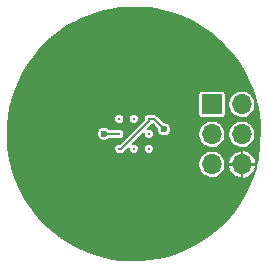
<source format=gbr>
G04 #@! TF.GenerationSoftware,KiCad,Pcbnew,5.99.0-unknown-4135f0c~100~ubuntu18.04.1*
G04 #@! TF.CreationDate,2019-11-01T15:59:20-04:00*
G04 #@! TF.ProjectId,tia,7469612e-6b69-4636-9164-5f7063625858,rev?*
G04 #@! TF.SameCoordinates,Original*
G04 #@! TF.FileFunction,Copper,L2,Bot*
G04 #@! TF.FilePolarity,Positive*
%FSLAX46Y46*%
G04 Gerber Fmt 4.6, Leading zero omitted, Abs format (unit mm)*
G04 Created by KiCad (PCBNEW 5.99.0-unknown-4135f0c~100~ubuntu18.04.1) date 2019-11-01 15:59:20*
%MOMM*%
%LPD*%
G04 APERTURE LIST*
%ADD10C,0.270000*%
%ADD11O,1.700000X1.700000*%
%ADD12R,1.700000X1.700000*%
%ADD13C,0.600000*%
%ADD14C,0.200000*%
G04 APERTURE END LIST*
D10*
X201260000Y-98740000D03*
X201260000Y-100000000D03*
X201260000Y-101260000D03*
X200000000Y-98740000D03*
X198740000Y-98740000D03*
X198740000Y-100000000D03*
X200000000Y-101260000D03*
X198740000Y-101260000D03*
D11*
X209140000Y-102580000D03*
X206600000Y-102580000D03*
X209140000Y-100040000D03*
X206600000Y-100040000D03*
X209140000Y-97500000D03*
D12*
X206600000Y-97500000D03*
D13*
X198700000Y-93400000D03*
X201300000Y-93400000D03*
X201300000Y-90700000D03*
X198700000Y-90700000D03*
X203610000Y-101000000D03*
X209080000Y-94900000D03*
X203480000Y-106700000D03*
X202520000Y-103450000D03*
X192950000Y-93750000D03*
X197350000Y-109100000D03*
X197750000Y-96550000D03*
X195400000Y-107750000D03*
X190850000Y-96850000D03*
X195300000Y-102950000D03*
X204450000Y-91350000D03*
X203400000Y-97150000D03*
X197950000Y-98400000D03*
X195850000Y-99300000D03*
X192250000Y-101850000D03*
X192100000Y-105100000D03*
X200500000Y-105650000D03*
X210350000Y-98800000D03*
X207250000Y-107400000D03*
X195350000Y-91000000D03*
X202550000Y-99600000D03*
X197460000Y-100000000D03*
D14*
X201690000Y-98740000D02*
X201260000Y-98740000D01*
X202550000Y-99600000D02*
X201690000Y-98740000D01*
X201260000Y-98930918D02*
X201260000Y-98740000D01*
X198930918Y-101260000D02*
X201260000Y-98930918D01*
X198740000Y-101260000D02*
X198930918Y-101260000D01*
X198740000Y-100000000D02*
X197460000Y-100000000D01*
G36*
X200616278Y-89311771D02*
G01*
X201249069Y-89367132D01*
X201877471Y-89459927D01*
X202499256Y-89589825D01*
X203112260Y-89756374D01*
X203714289Y-89958980D01*
X204303242Y-90196932D01*
X204877057Y-90469399D01*
X205433694Y-90775412D01*
X205971210Y-91113905D01*
X206487702Y-91483676D01*
X206981352Y-91883427D01*
X207450433Y-92311757D01*
X207893275Y-92767141D01*
X208308339Y-93247996D01*
X208694148Y-93752614D01*
X209049363Y-94279243D01*
X209372704Y-94825982D01*
X209663061Y-95390956D01*
X209919397Y-95972146D01*
X210140818Y-96567529D01*
X210326534Y-97174981D01*
X210475900Y-97792387D01*
X210588383Y-98417542D01*
X210663597Y-99048302D01*
X210701017Y-99678159D01*
X210490087Y-102138563D01*
X210346006Y-102752854D01*
X210164533Y-103361591D01*
X209947276Y-103958502D01*
X209695000Y-104541476D01*
X209408598Y-105108456D01*
X209089076Y-105657449D01*
X208737557Y-106186529D01*
X208355269Y-106693842D01*
X207943578Y-107177577D01*
X207503926Y-107636042D01*
X207037848Y-108067635D01*
X206547001Y-108470821D01*
X206033094Y-108844197D01*
X205497959Y-109186430D01*
X204943483Y-109496315D01*
X204371571Y-109772789D01*
X203784290Y-110014849D01*
X203183695Y-110221650D01*
X202571875Y-110392473D01*
X201951021Y-110526707D01*
X201323274Y-110623887D01*
X200690880Y-110683666D01*
X200056044Y-110705835D01*
X199421044Y-110690316D01*
X198788047Y-110637162D01*
X198159330Y-110546562D01*
X197537095Y-110418835D01*
X196923521Y-110254429D01*
X196320779Y-110053923D01*
X195731004Y-109818030D01*
X195156234Y-109547564D01*
X194598547Y-109243503D01*
X194059849Y-108906887D01*
X193542059Y-108538912D01*
X193047025Y-108140894D01*
X192576457Y-107714211D01*
X192132012Y-107260359D01*
X191715282Y-106780965D01*
X191327708Y-106277689D01*
X190970666Y-105752320D01*
X190645415Y-105206705D01*
X190353084Y-104642741D01*
X190094722Y-104062450D01*
X189871230Y-103467861D01*
X189683388Y-102861038D01*
X189638089Y-102676611D01*
X205449494Y-102676611D01*
X205490171Y-102898238D01*
X205573121Y-103107745D01*
X205695183Y-103297150D01*
X205851710Y-103459238D01*
X206036739Y-103587837D01*
X206243223Y-103678047D01*
X206463296Y-103726433D01*
X206688577Y-103731152D01*
X206910483Y-103692024D01*
X207120563Y-103610539D01*
X207310815Y-103489801D01*
X207473992Y-103334410D01*
X207603880Y-103150283D01*
X207695529Y-102944434D01*
X207745605Y-102724024D01*
X207747252Y-102606000D01*
X207938330Y-102606000D01*
X207956490Y-102803626D01*
X208020128Y-103023389D01*
X208124175Y-103227152D01*
X208264875Y-103407565D01*
X208437152Y-103558116D01*
X208634790Y-103673375D01*
X208850657Y-103749182D01*
X209114000Y-103788303D01*
X209114000Y-102606000D01*
X209166000Y-102606000D01*
X209166000Y-103778993D01*
X209305546Y-103773022D01*
X209528154Y-103720194D01*
X209736756Y-103626225D01*
X209923826Y-103494506D01*
X210082614Y-103329790D01*
X210207391Y-103138019D01*
X210293652Y-102926112D01*
X210357326Y-102606000D01*
X209166000Y-102606000D01*
X209114000Y-102606000D01*
X207938330Y-102606000D01*
X207747252Y-102606000D01*
X207747979Y-102554000D01*
X207937711Y-102554000D01*
X209114000Y-102554000D01*
X209166000Y-102554000D01*
X210355849Y-102554000D01*
X210296040Y-102241950D01*
X210211260Y-102029447D01*
X210087826Y-101836810D01*
X209930192Y-101670989D01*
X209744046Y-101537966D01*
X209536105Y-101442543D01*
X209313870Y-101388163D01*
X209166000Y-101380803D01*
X209166000Y-102554000D01*
X209114000Y-102554000D01*
X209114000Y-101372737D01*
X208858826Y-101408826D01*
X208642435Y-101483125D01*
X208443998Y-101597002D01*
X208270674Y-101746347D01*
X208128718Y-101925773D01*
X208023251Y-102128805D01*
X207958080Y-102348117D01*
X207937711Y-102554000D01*
X207747979Y-102554000D01*
X207749181Y-102468020D01*
X207705278Y-102246296D01*
X207619411Y-102037969D01*
X207494715Y-101850288D01*
X207335941Y-101690401D01*
X207149135Y-101564397D01*
X206941411Y-101477079D01*
X206720684Y-101431770D01*
X206495359Y-101430197D01*
X206274021Y-101472420D01*
X206065100Y-101556829D01*
X205876552Y-101680212D01*
X205715560Y-101837867D01*
X205588256Y-102023789D01*
X205499490Y-102230898D01*
X205452640Y-102451302D01*
X205449494Y-102676611D01*
X189638089Y-102676611D01*
X189531873Y-102244182D01*
X189417202Y-101619389D01*
X189363679Y-101183475D01*
X198306001Y-101183475D01*
X198306001Y-101336525D01*
X198358348Y-101480347D01*
X198456727Y-101597591D01*
X198589274Y-101674117D01*
X198740000Y-101700694D01*
X198890726Y-101674117D01*
X198908263Y-101663992D01*
X198953122Y-101659000D01*
X198975887Y-101659000D01*
X198997575Y-101654053D01*
X199065553Y-101646488D01*
X199085450Y-101634007D01*
X199108397Y-101628772D01*
X199162416Y-101585726D01*
X199181319Y-101573869D01*
X199197099Y-101558089D01*
X199250761Y-101515329D01*
X199260919Y-101494271D01*
X199566001Y-101189189D01*
X199566001Y-101336525D01*
X199618348Y-101480347D01*
X199716727Y-101597591D01*
X199849274Y-101674117D01*
X200000000Y-101700694D01*
X200150726Y-101674117D01*
X200283273Y-101597591D01*
X200381652Y-101480347D01*
X200433999Y-101336525D01*
X200433999Y-101183475D01*
X200826001Y-101183475D01*
X200826001Y-101336525D01*
X200878348Y-101480347D01*
X200976727Y-101597591D01*
X201109274Y-101674117D01*
X201260000Y-101700694D01*
X201410726Y-101674117D01*
X201543273Y-101597591D01*
X201641652Y-101480347D01*
X201693999Y-101336525D01*
X201693999Y-101183475D01*
X201641652Y-101039653D01*
X201543273Y-100922409D01*
X201410726Y-100845883D01*
X201260000Y-100819306D01*
X201109274Y-100845883D01*
X200976727Y-100922409D01*
X200878348Y-101039653D01*
X200826001Y-101183475D01*
X200433999Y-101183475D01*
X200381652Y-101039653D01*
X200283273Y-100922409D01*
X200150726Y-100845883D01*
X200000000Y-100819306D01*
X199922158Y-100833032D01*
X200826001Y-99929189D01*
X200826001Y-100076525D01*
X200878348Y-100220347D01*
X200976727Y-100337591D01*
X201109274Y-100414117D01*
X201260000Y-100440694D01*
X201410726Y-100414117D01*
X201543273Y-100337591D01*
X201641652Y-100220347D01*
X201693999Y-100076525D01*
X201693999Y-99923475D01*
X201641652Y-99779653D01*
X201543273Y-99662409D01*
X201410726Y-99585883D01*
X201260000Y-99559306D01*
X201182158Y-99573032D01*
X201494021Y-99261169D01*
X201514768Y-99251206D01*
X201557833Y-99197357D01*
X201570460Y-99184730D01*
X201951000Y-99565271D01*
X201951000Y-99705620D01*
X202023249Y-99904119D01*
X202159030Y-100065939D01*
X202341970Y-100171559D01*
X202550000Y-100208240D01*
X202758030Y-100171559D01*
X202818561Y-100136611D01*
X205449494Y-100136611D01*
X205490171Y-100358238D01*
X205573121Y-100567745D01*
X205695183Y-100757150D01*
X205851710Y-100919238D01*
X206036739Y-101047837D01*
X206243223Y-101138047D01*
X206463296Y-101186433D01*
X206688577Y-101191152D01*
X206910483Y-101152024D01*
X207120563Y-101070539D01*
X207310815Y-100949801D01*
X207473992Y-100794410D01*
X207603880Y-100610283D01*
X207695529Y-100404434D01*
X207745605Y-100184024D01*
X207746267Y-100136611D01*
X207989494Y-100136611D01*
X208030171Y-100358238D01*
X208113121Y-100567745D01*
X208235183Y-100757150D01*
X208391710Y-100919238D01*
X208576739Y-101047837D01*
X208783223Y-101138047D01*
X209003296Y-101186433D01*
X209228577Y-101191152D01*
X209450483Y-101152024D01*
X209660563Y-101070539D01*
X209850815Y-100949801D01*
X210013992Y-100794410D01*
X210143880Y-100610283D01*
X210235529Y-100404434D01*
X210285605Y-100184024D01*
X210289181Y-99928020D01*
X210245278Y-99706296D01*
X210159411Y-99497969D01*
X210034715Y-99310288D01*
X209875941Y-99150401D01*
X209689135Y-99024397D01*
X209481411Y-98937079D01*
X209260684Y-98891770D01*
X209035359Y-98890197D01*
X208814021Y-98932420D01*
X208605100Y-99016829D01*
X208416552Y-99140212D01*
X208255560Y-99297867D01*
X208128256Y-99483789D01*
X208039490Y-99690898D01*
X207992640Y-99911302D01*
X207989494Y-100136611D01*
X207746267Y-100136611D01*
X207749181Y-99928020D01*
X207705278Y-99706296D01*
X207619411Y-99497969D01*
X207494715Y-99310288D01*
X207335941Y-99150401D01*
X207149135Y-99024397D01*
X206941411Y-98937079D01*
X206720684Y-98891770D01*
X206495359Y-98890197D01*
X206274021Y-98932420D01*
X206065100Y-99016829D01*
X205876552Y-99140212D01*
X205715560Y-99297867D01*
X205588256Y-99483789D01*
X205499490Y-99690898D01*
X205452640Y-99911302D01*
X205449494Y-100136611D01*
X202818561Y-100136611D01*
X202940970Y-100065939D01*
X203076751Y-99904119D01*
X203149000Y-99705620D01*
X203149000Y-99494380D01*
X203076751Y-99295881D01*
X202940970Y-99134061D01*
X202758030Y-99028441D01*
X202550000Y-98991760D01*
X202512622Y-98998351D01*
X202020253Y-98505982D01*
X202010288Y-98485231D01*
X201956431Y-98442160D01*
X201940336Y-98426066D01*
X201921514Y-98414237D01*
X201868087Y-98371509D01*
X201845188Y-98366264D01*
X201825264Y-98353742D01*
X201756641Y-98345985D01*
X201734878Y-98341000D01*
X201712551Y-98341000D01*
X201644380Y-98333293D01*
X201622310Y-98341000D01*
X201436909Y-98341000D01*
X201410727Y-98325883D01*
X201260000Y-98299306D01*
X201109274Y-98325883D01*
X200976727Y-98402409D01*
X200878348Y-98519653D01*
X200826001Y-98663475D01*
X200826001Y-98800645D01*
X198797246Y-100829400D01*
X198740000Y-100819306D01*
X198589274Y-100845883D01*
X198456727Y-100922409D01*
X198358348Y-101039653D01*
X198306001Y-101183475D01*
X189363679Y-101183475D01*
X189339791Y-100988925D01*
X189299904Y-100354947D01*
X189298297Y-99894380D01*
X196861000Y-99894380D01*
X196861000Y-100105620D01*
X196933249Y-100304119D01*
X197069030Y-100465939D01*
X197251970Y-100571559D01*
X197460000Y-100608240D01*
X197668030Y-100571559D01*
X197850970Y-100465939D01*
X197907138Y-100399000D01*
X198563091Y-100399000D01*
X198589273Y-100414117D01*
X198740000Y-100440694D01*
X198890726Y-100414117D01*
X199023273Y-100337591D01*
X199121652Y-100220347D01*
X199173999Y-100076525D01*
X199173999Y-99923475D01*
X199121652Y-99779653D01*
X199023273Y-99662409D01*
X198890726Y-99585883D01*
X198740000Y-99559306D01*
X198589273Y-99585883D01*
X198563091Y-99601000D01*
X197907138Y-99601000D01*
X197850970Y-99534061D01*
X197668030Y-99428441D01*
X197460000Y-99391760D01*
X197251970Y-99428441D01*
X197069030Y-99534061D01*
X196933249Y-99695881D01*
X196861000Y-99894380D01*
X189298297Y-99894380D01*
X189297687Y-99719762D01*
X189333146Y-99085524D01*
X189381979Y-98663475D01*
X198306001Y-98663475D01*
X198306001Y-98816525D01*
X198358348Y-98960347D01*
X198456727Y-99077591D01*
X198589274Y-99154117D01*
X198740000Y-99180694D01*
X198890726Y-99154117D01*
X199023273Y-99077591D01*
X199121652Y-98960347D01*
X199173999Y-98816525D01*
X199173999Y-98663475D01*
X199566001Y-98663475D01*
X199566001Y-98816525D01*
X199618348Y-98960347D01*
X199716727Y-99077591D01*
X199849274Y-99154117D01*
X200000000Y-99180694D01*
X200150726Y-99154117D01*
X200283273Y-99077591D01*
X200381652Y-98960347D01*
X200433999Y-98816525D01*
X200433999Y-98663475D01*
X200381652Y-98519653D01*
X200283273Y-98402409D01*
X200150726Y-98325883D01*
X200000000Y-98299306D01*
X199849274Y-98325883D01*
X199716727Y-98402409D01*
X199618348Y-98519653D01*
X199566001Y-98663475D01*
X199173999Y-98663475D01*
X199121652Y-98519653D01*
X199023273Y-98402409D01*
X198890726Y-98325883D01*
X198740000Y-98299306D01*
X198589274Y-98325883D01*
X198456727Y-98402409D01*
X198358348Y-98519653D01*
X198306001Y-98663475D01*
X189381979Y-98663475D01*
X189406156Y-98454524D01*
X189516458Y-97828966D01*
X189663668Y-97211046D01*
X189836001Y-96640250D01*
X205447082Y-96640250D01*
X205447082Y-98359750D01*
X205468348Y-98466664D01*
X205534433Y-98565567D01*
X205633336Y-98631652D01*
X205740250Y-98652918D01*
X207459750Y-98652918D01*
X207566664Y-98631652D01*
X207665567Y-98565567D01*
X207731652Y-98466664D01*
X207752918Y-98359750D01*
X207752918Y-97596611D01*
X207989494Y-97596611D01*
X208030171Y-97818238D01*
X208113121Y-98027745D01*
X208235183Y-98217150D01*
X208391710Y-98379238D01*
X208576739Y-98507837D01*
X208783223Y-98598047D01*
X209003296Y-98646433D01*
X209228577Y-98651152D01*
X209450483Y-98612024D01*
X209660563Y-98530539D01*
X209850815Y-98409801D01*
X210013992Y-98254410D01*
X210143880Y-98070283D01*
X210235529Y-97864434D01*
X210285605Y-97644024D01*
X210289181Y-97388020D01*
X210245278Y-97166296D01*
X210159411Y-96957969D01*
X210034715Y-96770288D01*
X209875941Y-96610401D01*
X209689135Y-96484397D01*
X209481411Y-96397079D01*
X209260684Y-96351770D01*
X209035359Y-96350197D01*
X208814021Y-96392420D01*
X208605100Y-96476829D01*
X208416552Y-96600212D01*
X208255560Y-96757867D01*
X208128256Y-96943789D01*
X208039490Y-97150898D01*
X207992640Y-97371302D01*
X207989494Y-97596611D01*
X207752918Y-97596611D01*
X207752918Y-96640250D01*
X207731652Y-96533336D01*
X207665567Y-96434433D01*
X207566664Y-96368348D01*
X207459750Y-96347082D01*
X205740250Y-96347082D01*
X205633336Y-96368348D01*
X205534433Y-96434433D01*
X205468348Y-96533336D01*
X205447082Y-96640250D01*
X189836001Y-96640250D01*
X189847265Y-96602943D01*
X190066603Y-96006799D01*
X190320909Y-95424716D01*
X190609293Y-94858731D01*
X190930732Y-94310850D01*
X191284094Y-93783004D01*
X191668133Y-93277050D01*
X192081526Y-92794738D01*
X192522775Y-92337811D01*
X192990358Y-91907847D01*
X193482620Y-91506368D01*
X193997812Y-91134799D01*
X194534138Y-90794437D01*
X195089703Y-90486482D01*
X195662563Y-90212013D01*
X196250687Y-89972005D01*
X196852011Y-89767297D01*
X197464403Y-89598616D01*
X198085751Y-89466545D01*
X198713811Y-89371559D01*
X199346426Y-89313987D01*
X199981319Y-89294034D01*
X200616278Y-89311771D01*
G37*
X200616278Y-89311771D02*
X201249069Y-89367132D01*
X201877471Y-89459927D01*
X202499256Y-89589825D01*
X203112260Y-89756374D01*
X203714289Y-89958980D01*
X204303242Y-90196932D01*
X204877057Y-90469399D01*
X205433694Y-90775412D01*
X205971210Y-91113905D01*
X206487702Y-91483676D01*
X206981352Y-91883427D01*
X207450433Y-92311757D01*
X207893275Y-92767141D01*
X208308339Y-93247996D01*
X208694148Y-93752614D01*
X209049363Y-94279243D01*
X209372704Y-94825982D01*
X209663061Y-95390956D01*
X209919397Y-95972146D01*
X210140818Y-96567529D01*
X210326534Y-97174981D01*
X210475900Y-97792387D01*
X210588383Y-98417542D01*
X210663597Y-99048302D01*
X210701017Y-99678159D01*
X210490087Y-102138563D01*
X210346006Y-102752854D01*
X210164533Y-103361591D01*
X209947276Y-103958502D01*
X209695000Y-104541476D01*
X209408598Y-105108456D01*
X209089076Y-105657449D01*
X208737557Y-106186529D01*
X208355269Y-106693842D01*
X207943578Y-107177577D01*
X207503926Y-107636042D01*
X207037848Y-108067635D01*
X206547001Y-108470821D01*
X206033094Y-108844197D01*
X205497959Y-109186430D01*
X204943483Y-109496315D01*
X204371571Y-109772789D01*
X203784290Y-110014849D01*
X203183695Y-110221650D01*
X202571875Y-110392473D01*
X201951021Y-110526707D01*
X201323274Y-110623887D01*
X200690880Y-110683666D01*
X200056044Y-110705835D01*
X199421044Y-110690316D01*
X198788047Y-110637162D01*
X198159330Y-110546562D01*
X197537095Y-110418835D01*
X196923521Y-110254429D01*
X196320779Y-110053923D01*
X195731004Y-109818030D01*
X195156234Y-109547564D01*
X194598547Y-109243503D01*
X194059849Y-108906887D01*
X193542059Y-108538912D01*
X193047025Y-108140894D01*
X192576457Y-107714211D01*
X192132012Y-107260359D01*
X191715282Y-106780965D01*
X191327708Y-106277689D01*
X190970666Y-105752320D01*
X190645415Y-105206705D01*
X190353084Y-104642741D01*
X190094722Y-104062450D01*
X189871230Y-103467861D01*
X189683388Y-102861038D01*
X189638089Y-102676611D01*
X205449494Y-102676611D01*
X205490171Y-102898238D01*
X205573121Y-103107745D01*
X205695183Y-103297150D01*
X205851710Y-103459238D01*
X206036739Y-103587837D01*
X206243223Y-103678047D01*
X206463296Y-103726433D01*
X206688577Y-103731152D01*
X206910483Y-103692024D01*
X207120563Y-103610539D01*
X207310815Y-103489801D01*
X207473992Y-103334410D01*
X207603880Y-103150283D01*
X207695529Y-102944434D01*
X207745605Y-102724024D01*
X207747252Y-102606000D01*
X207938330Y-102606000D01*
X207956490Y-102803626D01*
X208020128Y-103023389D01*
X208124175Y-103227152D01*
X208264875Y-103407565D01*
X208437152Y-103558116D01*
X208634790Y-103673375D01*
X208850657Y-103749182D01*
X209114000Y-103788303D01*
X209114000Y-102606000D01*
X209166000Y-102606000D01*
X209166000Y-103778993D01*
X209305546Y-103773022D01*
X209528154Y-103720194D01*
X209736756Y-103626225D01*
X209923826Y-103494506D01*
X210082614Y-103329790D01*
X210207391Y-103138019D01*
X210293652Y-102926112D01*
X210357326Y-102606000D01*
X209166000Y-102606000D01*
X209114000Y-102606000D01*
X207938330Y-102606000D01*
X207747252Y-102606000D01*
X207747979Y-102554000D01*
X207937711Y-102554000D01*
X209114000Y-102554000D01*
X209166000Y-102554000D01*
X210355849Y-102554000D01*
X210296040Y-102241950D01*
X210211260Y-102029447D01*
X210087826Y-101836810D01*
X209930192Y-101670989D01*
X209744046Y-101537966D01*
X209536105Y-101442543D01*
X209313870Y-101388163D01*
X209166000Y-101380803D01*
X209166000Y-102554000D01*
X209114000Y-102554000D01*
X209114000Y-101372737D01*
X208858826Y-101408826D01*
X208642435Y-101483125D01*
X208443998Y-101597002D01*
X208270674Y-101746347D01*
X208128718Y-101925773D01*
X208023251Y-102128805D01*
X207958080Y-102348117D01*
X207937711Y-102554000D01*
X207747979Y-102554000D01*
X207749181Y-102468020D01*
X207705278Y-102246296D01*
X207619411Y-102037969D01*
X207494715Y-101850288D01*
X207335941Y-101690401D01*
X207149135Y-101564397D01*
X206941411Y-101477079D01*
X206720684Y-101431770D01*
X206495359Y-101430197D01*
X206274021Y-101472420D01*
X206065100Y-101556829D01*
X205876552Y-101680212D01*
X205715560Y-101837867D01*
X205588256Y-102023789D01*
X205499490Y-102230898D01*
X205452640Y-102451302D01*
X205449494Y-102676611D01*
X189638089Y-102676611D01*
X189531873Y-102244182D01*
X189417202Y-101619389D01*
X189363679Y-101183475D01*
X198306001Y-101183475D01*
X198306001Y-101336525D01*
X198358348Y-101480347D01*
X198456727Y-101597591D01*
X198589274Y-101674117D01*
X198740000Y-101700694D01*
X198890726Y-101674117D01*
X198908263Y-101663992D01*
X198953122Y-101659000D01*
X198975887Y-101659000D01*
X198997575Y-101654053D01*
X199065553Y-101646488D01*
X199085450Y-101634007D01*
X199108397Y-101628772D01*
X199162416Y-101585726D01*
X199181319Y-101573869D01*
X199197099Y-101558089D01*
X199250761Y-101515329D01*
X199260919Y-101494271D01*
X199566001Y-101189189D01*
X199566001Y-101336525D01*
X199618348Y-101480347D01*
X199716727Y-101597591D01*
X199849274Y-101674117D01*
X200000000Y-101700694D01*
X200150726Y-101674117D01*
X200283273Y-101597591D01*
X200381652Y-101480347D01*
X200433999Y-101336525D01*
X200433999Y-101183475D01*
X200826001Y-101183475D01*
X200826001Y-101336525D01*
X200878348Y-101480347D01*
X200976727Y-101597591D01*
X201109274Y-101674117D01*
X201260000Y-101700694D01*
X201410726Y-101674117D01*
X201543273Y-101597591D01*
X201641652Y-101480347D01*
X201693999Y-101336525D01*
X201693999Y-101183475D01*
X201641652Y-101039653D01*
X201543273Y-100922409D01*
X201410726Y-100845883D01*
X201260000Y-100819306D01*
X201109274Y-100845883D01*
X200976727Y-100922409D01*
X200878348Y-101039653D01*
X200826001Y-101183475D01*
X200433999Y-101183475D01*
X200381652Y-101039653D01*
X200283273Y-100922409D01*
X200150726Y-100845883D01*
X200000000Y-100819306D01*
X199922158Y-100833032D01*
X200826001Y-99929189D01*
X200826001Y-100076525D01*
X200878348Y-100220347D01*
X200976727Y-100337591D01*
X201109274Y-100414117D01*
X201260000Y-100440694D01*
X201410726Y-100414117D01*
X201543273Y-100337591D01*
X201641652Y-100220347D01*
X201693999Y-100076525D01*
X201693999Y-99923475D01*
X201641652Y-99779653D01*
X201543273Y-99662409D01*
X201410726Y-99585883D01*
X201260000Y-99559306D01*
X201182158Y-99573032D01*
X201494021Y-99261169D01*
X201514768Y-99251206D01*
X201557833Y-99197357D01*
X201570460Y-99184730D01*
X201951000Y-99565271D01*
X201951000Y-99705620D01*
X202023249Y-99904119D01*
X202159030Y-100065939D01*
X202341970Y-100171559D01*
X202550000Y-100208240D01*
X202758030Y-100171559D01*
X202818561Y-100136611D01*
X205449494Y-100136611D01*
X205490171Y-100358238D01*
X205573121Y-100567745D01*
X205695183Y-100757150D01*
X205851710Y-100919238D01*
X206036739Y-101047837D01*
X206243223Y-101138047D01*
X206463296Y-101186433D01*
X206688577Y-101191152D01*
X206910483Y-101152024D01*
X207120563Y-101070539D01*
X207310815Y-100949801D01*
X207473992Y-100794410D01*
X207603880Y-100610283D01*
X207695529Y-100404434D01*
X207745605Y-100184024D01*
X207746267Y-100136611D01*
X207989494Y-100136611D01*
X208030171Y-100358238D01*
X208113121Y-100567745D01*
X208235183Y-100757150D01*
X208391710Y-100919238D01*
X208576739Y-101047837D01*
X208783223Y-101138047D01*
X209003296Y-101186433D01*
X209228577Y-101191152D01*
X209450483Y-101152024D01*
X209660563Y-101070539D01*
X209850815Y-100949801D01*
X210013992Y-100794410D01*
X210143880Y-100610283D01*
X210235529Y-100404434D01*
X210285605Y-100184024D01*
X210289181Y-99928020D01*
X210245278Y-99706296D01*
X210159411Y-99497969D01*
X210034715Y-99310288D01*
X209875941Y-99150401D01*
X209689135Y-99024397D01*
X209481411Y-98937079D01*
X209260684Y-98891770D01*
X209035359Y-98890197D01*
X208814021Y-98932420D01*
X208605100Y-99016829D01*
X208416552Y-99140212D01*
X208255560Y-99297867D01*
X208128256Y-99483789D01*
X208039490Y-99690898D01*
X207992640Y-99911302D01*
X207989494Y-100136611D01*
X207746267Y-100136611D01*
X207749181Y-99928020D01*
X207705278Y-99706296D01*
X207619411Y-99497969D01*
X207494715Y-99310288D01*
X207335941Y-99150401D01*
X207149135Y-99024397D01*
X206941411Y-98937079D01*
X206720684Y-98891770D01*
X206495359Y-98890197D01*
X206274021Y-98932420D01*
X206065100Y-99016829D01*
X205876552Y-99140212D01*
X205715560Y-99297867D01*
X205588256Y-99483789D01*
X205499490Y-99690898D01*
X205452640Y-99911302D01*
X205449494Y-100136611D01*
X202818561Y-100136611D01*
X202940970Y-100065939D01*
X203076751Y-99904119D01*
X203149000Y-99705620D01*
X203149000Y-99494380D01*
X203076751Y-99295881D01*
X202940970Y-99134061D01*
X202758030Y-99028441D01*
X202550000Y-98991760D01*
X202512622Y-98998351D01*
X202020253Y-98505982D01*
X202010288Y-98485231D01*
X201956431Y-98442160D01*
X201940336Y-98426066D01*
X201921514Y-98414237D01*
X201868087Y-98371509D01*
X201845188Y-98366264D01*
X201825264Y-98353742D01*
X201756641Y-98345985D01*
X201734878Y-98341000D01*
X201712551Y-98341000D01*
X201644380Y-98333293D01*
X201622310Y-98341000D01*
X201436909Y-98341000D01*
X201410727Y-98325883D01*
X201260000Y-98299306D01*
X201109274Y-98325883D01*
X200976727Y-98402409D01*
X200878348Y-98519653D01*
X200826001Y-98663475D01*
X200826001Y-98800645D01*
X198797246Y-100829400D01*
X198740000Y-100819306D01*
X198589274Y-100845883D01*
X198456727Y-100922409D01*
X198358348Y-101039653D01*
X198306001Y-101183475D01*
X189363679Y-101183475D01*
X189339791Y-100988925D01*
X189299904Y-100354947D01*
X189298297Y-99894380D01*
X196861000Y-99894380D01*
X196861000Y-100105620D01*
X196933249Y-100304119D01*
X197069030Y-100465939D01*
X197251970Y-100571559D01*
X197460000Y-100608240D01*
X197668030Y-100571559D01*
X197850970Y-100465939D01*
X197907138Y-100399000D01*
X198563091Y-100399000D01*
X198589273Y-100414117D01*
X198740000Y-100440694D01*
X198890726Y-100414117D01*
X199023273Y-100337591D01*
X199121652Y-100220347D01*
X199173999Y-100076525D01*
X199173999Y-99923475D01*
X199121652Y-99779653D01*
X199023273Y-99662409D01*
X198890726Y-99585883D01*
X198740000Y-99559306D01*
X198589273Y-99585883D01*
X198563091Y-99601000D01*
X197907138Y-99601000D01*
X197850970Y-99534061D01*
X197668030Y-99428441D01*
X197460000Y-99391760D01*
X197251970Y-99428441D01*
X197069030Y-99534061D01*
X196933249Y-99695881D01*
X196861000Y-99894380D01*
X189298297Y-99894380D01*
X189297687Y-99719762D01*
X189333146Y-99085524D01*
X189381979Y-98663475D01*
X198306001Y-98663475D01*
X198306001Y-98816525D01*
X198358348Y-98960347D01*
X198456727Y-99077591D01*
X198589274Y-99154117D01*
X198740000Y-99180694D01*
X198890726Y-99154117D01*
X199023273Y-99077591D01*
X199121652Y-98960347D01*
X199173999Y-98816525D01*
X199173999Y-98663475D01*
X199566001Y-98663475D01*
X199566001Y-98816525D01*
X199618348Y-98960347D01*
X199716727Y-99077591D01*
X199849274Y-99154117D01*
X200000000Y-99180694D01*
X200150726Y-99154117D01*
X200283273Y-99077591D01*
X200381652Y-98960347D01*
X200433999Y-98816525D01*
X200433999Y-98663475D01*
X200381652Y-98519653D01*
X200283273Y-98402409D01*
X200150726Y-98325883D01*
X200000000Y-98299306D01*
X199849274Y-98325883D01*
X199716727Y-98402409D01*
X199618348Y-98519653D01*
X199566001Y-98663475D01*
X199173999Y-98663475D01*
X199121652Y-98519653D01*
X199023273Y-98402409D01*
X198890726Y-98325883D01*
X198740000Y-98299306D01*
X198589274Y-98325883D01*
X198456727Y-98402409D01*
X198358348Y-98519653D01*
X198306001Y-98663475D01*
X189381979Y-98663475D01*
X189406156Y-98454524D01*
X189516458Y-97828966D01*
X189663668Y-97211046D01*
X189836001Y-96640250D01*
X205447082Y-96640250D01*
X205447082Y-98359750D01*
X205468348Y-98466664D01*
X205534433Y-98565567D01*
X205633336Y-98631652D01*
X205740250Y-98652918D01*
X207459750Y-98652918D01*
X207566664Y-98631652D01*
X207665567Y-98565567D01*
X207731652Y-98466664D01*
X207752918Y-98359750D01*
X207752918Y-97596611D01*
X207989494Y-97596611D01*
X208030171Y-97818238D01*
X208113121Y-98027745D01*
X208235183Y-98217150D01*
X208391710Y-98379238D01*
X208576739Y-98507837D01*
X208783223Y-98598047D01*
X209003296Y-98646433D01*
X209228577Y-98651152D01*
X209450483Y-98612024D01*
X209660563Y-98530539D01*
X209850815Y-98409801D01*
X210013992Y-98254410D01*
X210143880Y-98070283D01*
X210235529Y-97864434D01*
X210285605Y-97644024D01*
X210289181Y-97388020D01*
X210245278Y-97166296D01*
X210159411Y-96957969D01*
X210034715Y-96770288D01*
X209875941Y-96610401D01*
X209689135Y-96484397D01*
X209481411Y-96397079D01*
X209260684Y-96351770D01*
X209035359Y-96350197D01*
X208814021Y-96392420D01*
X208605100Y-96476829D01*
X208416552Y-96600212D01*
X208255560Y-96757867D01*
X208128256Y-96943789D01*
X208039490Y-97150898D01*
X207992640Y-97371302D01*
X207989494Y-97596611D01*
X207752918Y-97596611D01*
X207752918Y-96640250D01*
X207731652Y-96533336D01*
X207665567Y-96434433D01*
X207566664Y-96368348D01*
X207459750Y-96347082D01*
X205740250Y-96347082D01*
X205633336Y-96368348D01*
X205534433Y-96434433D01*
X205468348Y-96533336D01*
X205447082Y-96640250D01*
X189836001Y-96640250D01*
X189847265Y-96602943D01*
X190066603Y-96006799D01*
X190320909Y-95424716D01*
X190609293Y-94858731D01*
X190930732Y-94310850D01*
X191284094Y-93783004D01*
X191668133Y-93277050D01*
X192081526Y-92794738D01*
X192522775Y-92337811D01*
X192990358Y-91907847D01*
X193482620Y-91506368D01*
X193997812Y-91134799D01*
X194534138Y-90794437D01*
X195089703Y-90486482D01*
X195662563Y-90212013D01*
X196250687Y-89972005D01*
X196852011Y-89767297D01*
X197464403Y-89598616D01*
X198085751Y-89466545D01*
X198713811Y-89371559D01*
X199346426Y-89313987D01*
X199981319Y-89294034D01*
X200616278Y-89311771D01*
M02*

</source>
